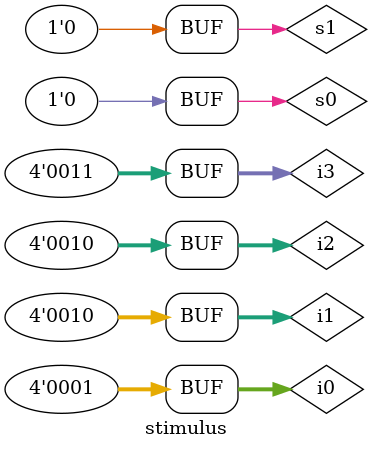
<source format=v>


module mux2to1 (
    y,i0,i1,sel
);
output [3:0] y;
input [3:0] i0,i1;
input sel;


assign y=(i0 & (~sel)) | (i1 & (sel))  ;


endmodule

module mux4to1 (
    y,i0,i1,i2,i3,s0,s1
);
output [3:0] y;
input [3:0] i0,i1,i2,i3;
input s0,s1;

//wires
wire [3:0] w1,w2;

//instantiate lower blocks
mux2to1 m1(w1,i0,i1,s0);
mux2to1 m2(w2,i2,i3,s0);
mux2to1 m3(y,w1,w2,s1);

endmodule

//stimulus 
module stimulus;
wire  [3:0] y;
reg [3:0] i0,i1,i2,i3;
reg s0,s1;

//instantiating design module
mux4to1 dut(y,i0,i1,i2,i3,s0,s1);

//behavioural block
initial begin
    $dumpfile("mux4to1.vcd");
    $dumpvars(0,stimulus);
    i0=1;i1=2;i2=2;i3=3;
    s0=1'b0;s1=1'b0;
    #5
    s0=1'b1;s1=1'b0;
    #5
    s0=1'b0;s1=1'b1;
    #5
    s0=1'b1;s1=1'b1;
    #5
    s0=1'b0;s1=1'b0;

end
always @(i0 or i1 or i2 or i3 or s0 or s1) begin
    $display("y=%d : s1=%b :s0=%b\n",y,s1,s0);
end



endmodule
</source>
